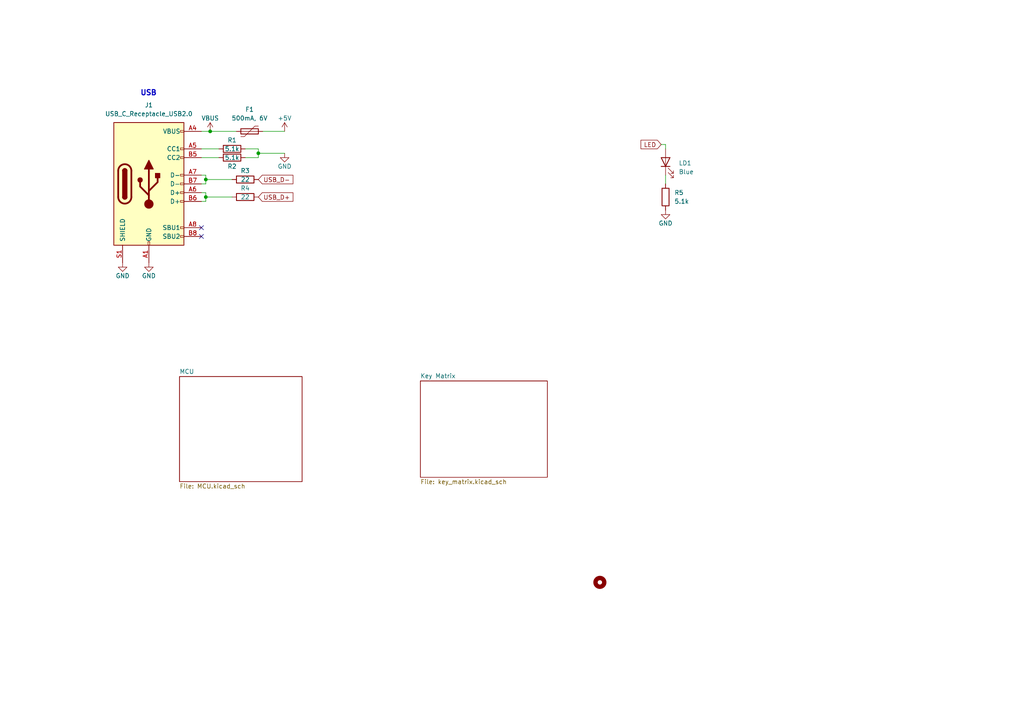
<source format=kicad_sch>
(kicad_sch (version 20230121) (generator eeschema)
  (paper "A4")
  (title_block (title "Calcite52 Keyboard") (rev "1.0") (comment 1 "MIT License (Open source hardware)"))
  (lib_symbols
    (symbol "Connector:USB_C_Receptacle_USB2.0" (pin_names (offset 1.016))
      (property "Reference" "J" (at -10.16 19.05 0))
      (property "Value" "USB_C_Receptacle_USB2.0" (at 19.05 19.05 0))
      (symbol "USB_C_Receptacle_USB2.0_0_0"
        (rectangle (start -0.254 -17.78) (end 0.254 -16.764))
        (rectangle (start 10.16 -14.986) (end 9.144 -15.494))
        (rectangle (start 10.16 -12.446) (end 9.144 -12.954))
        (rectangle (start 10.16 -4.826) (end 9.144 -5.334))
        (rectangle (start 10.16 -2.286) (end 9.144 -2.794))
        (rectangle (start 10.16 0.254) (end 9.144 -0.254))
        (rectangle (start 10.16 2.794) (end 9.144 2.286))
        (rectangle (start 10.16 7.874) (end 9.144 7.366))
        (rectangle (start 10.16 10.414) (end 9.144 9.906))
        (rectangle (start 10.16 15.494) (end 9.144 14.986))
      )
      (symbol "USB_C_Receptacle_USB2.0_0_1"
        (rectangle (start -10.16 17.78) (end 10.16 -17.78) (stroke (width 0.254)) (fill (type background)))
        (arc (start -8.89 -3.81) (mid -6.985 -5.7067) (end -5.08 -3.81) (stroke (width 0.508)))
        (arc (start -7.62 -3.81) (mid -6.985 -4.4423) (end -6.35 -3.81) (stroke (width 0.254)))
        (arc (start -7.62 -3.81) (mid -6.985 -4.4423) (end -6.35 -3.81) (stroke (width 0.254)) (fill (type outline)))
        (rectangle (start -7.62 -3.81) (end -6.35 3.81) (stroke (width 0.254)) (fill (type outline)))
        (arc (start -6.35 3.81) (mid -6.985 4.4423) (end -7.62 3.81) (stroke (width 0.254)))
        (arc (start -6.35 3.81) (mid -6.985 4.4423) (end -7.62 3.81) (stroke (width 0.254)) (fill (type outline)))
        (arc (start -5.08 3.81) (mid -6.985 5.7067) (end -8.89 3.81) (stroke (width 0.508)))
        (circle (center -2.54 1.143) (radius 0.635) (stroke (width 0.254)) (fill (type outline)))
        (circle (center 0 -5.842) (radius 1.27) (fill (type outline)))
        (polyline (pts (xy -8.89 -3.81) (xy -8.89 3.81)) (stroke (width 0.508)))
        (polyline (pts (xy -5.08 3.81) (xy -5.08 -3.81)) (stroke (width 0.508)))
        (polyline (pts (xy 0 -5.842) (xy 0 4.318)) (stroke (width 0.508)))
        (polyline (pts (xy 0 -3.302) (xy -2.54 -0.762) (xy -2.54 0.508)) (stroke (width 0.508)))
        (polyline (pts (xy 0 -2.032) (xy 2.54 0.508) (xy 2.54 1.778)) (stroke (width 0.508)))
        (polyline (pts (xy -1.27 4.318) (xy 0 6.858) (xy 1.27 4.318) (xy -1.27 4.318)) (stroke (width 0.254)) (fill (type outline)))
        (rectangle (start 1.905 1.778) (end 3.175 3.048) (stroke (width 0.254)) (fill (type outline)))
      )
      (symbol "USB_C_Receptacle_USB2.0_1_1"
        (pin passive line (at 0 -22.86 90) (length 5.08) (name "GND") (number "A1"))
        (pin passive line (at 0 -22.86 90) (length 5.08) hide (name "GND") (number "A12"))
        (pin passive line (at 15.24 15.24 180) (length 5.08) (name "VBUS") (number "A4"))
        (pin bidirectional line (at 15.24 10.16 180) (length 5.08) (name "CC1") (number "A5"))
        (pin bidirectional line (at 15.24 -2.54 180) (length 5.08) (name "D+") (number "A6"))
        (pin bidirectional line (at 15.24 2.54 180) (length 5.08) (name "D-") (number "A7"))
        (pin bidirectional line (at 15.24 -12.7 180) (length 5.08) (name "SBU1") (number "A8"))
        (pin passive line (at 15.24 15.24 180) (length 5.08) hide (name "VBUS") (number "A9"))
        (pin passive line (at 0 -22.86 90) (length 5.08) hide (name "GND") (number "B1"))
        (pin passive line (at 0 -22.86 90) (length 5.08) hide (name "GND") (number "B12"))
        (pin passive line (at 15.24 15.24 180) (length 5.08) hide (name "VBUS") (number "B4"))
        (pin bidirectional line (at 15.24 7.62 180) (length 5.08) (name "CC2") (number "B5"))
        (pin bidirectional line (at 15.24 -5.08 180) (length 5.08) (name "D+") (number "B6"))
        (pin bidirectional line (at 15.24 0 180) (length 5.08) (name "D-") (number "B7"))
        (pin bidirectional line (at 15.24 -15.24 180) (length 5.08) (name "SBU2") (number "B8"))
        (pin passive line (at 15.24 15.24 180) (length 5.08) hide (name "VBUS") (number "B9"))
        (pin passive line (at -7.62 -22.86 90) (length 5.08) (name "SHIELD") (number "S1"))
      )
    )
    (symbol "Device:LED" (pin_numbers hide) (pin_names (offset 1.016) hide)
      (property "Reference" "D" (at 0 2.54 0))
      (property "Value" "LED" (at 0 -2.54 0))
      (symbol "LED_0_1"
        (polyline (pts (xy -1.27 -1.27) (xy -1.27 1.27)) (stroke (width 0.254)))
        (polyline (pts (xy -1.27 0) (xy 1.27 0)))
        (polyline (pts (xy 1.27 -1.27) (xy 1.27 1.27) (xy -1.27 0) (xy 1.27 -1.27)) (stroke (width 0.254)))
        (polyline (pts (xy -3.048 -0.762) (xy -4.572 -2.286) (xy -3.81 -2.286) (xy -4.572 -2.286) (xy -4.572 -1.524)))
        (polyline (pts (xy -1.778 -0.762) (xy -3.302 -2.286) (xy -2.54 -2.286) (xy -3.302 -2.286) (xy -3.302 -1.524)))
      )
      (symbol "LED_1_1"
        (pin passive line (at -3.81 0 0) (length 2.54) (name "K") (number "1"))
        (pin passive line (at 3.81 0 180) (length 2.54) (name "A") (number "2"))
      )
    )
    (symbol "Device:Polyfuse" (pin_numbers hide) (pin_names (offset 0))
      (property "Reference" "F" (at -2.54 0 90))
      (property "Value" "Polyfuse" (at 2.54 0 90))
      (symbol "Polyfuse_0_1"
        (rectangle (start -0.762 2.54) (end 0.762 -2.54) (stroke (width 0.254)))
        (polyline (pts (xy 0 2.54) (xy 0 -2.54)))
        (polyline (pts (xy -1.524 2.54) (xy -1.524 1.524) (xy 1.524 -1.524) (xy 1.524 -2.54)))
      )
      (symbol "Polyfuse_1_1"
        (pin passive line (at 0 3.81 270) (length 1.27) (name "~") (number "1"))
        (pin passive line (at 0 -3.81 90) (length 1.27) (name "~") (number "2"))
      )
    )
    (symbol "Device:R" (pin_numbers hide) (pin_names (offset 0))
      (property "Reference" "R" (at 2.032 0 90))
      (property "Value" "R" (at 0 0 90))
      (symbol "R_0_1"
        (rectangle (start -1.016 -2.54) (end 1.016 2.54) (stroke (width 0.254)))
      )
      (symbol "R_1_1"
        (pin passive line (at 0 3.81 270) (length 1.27) (name "~") (number "1"))
        (pin passive line (at 0 -3.81 90) (length 1.27) (name "~") (number "2"))
      )
    )
    (symbol "Mechanical:MountingHole" (pin_names (offset 1.016))
      (property "Reference" "H" (at 0 5.08 0))
      (property "Value" "MountingHole" (at 0 3.175 0))
      (symbol "MountingHole_0_1"
        (circle (center 0 0) (radius 1.27) (stroke (width 1.27)))
      )
    )
    (symbol "power:+5V" (power) (pin_names (offset 0))
      (property "Value" "+5V" (at 0 3.556 0))
      (symbol "+5V_0_1"
        (polyline (pts (xy -0.762 1.27) (xy 0 2.54)))
        (polyline (pts (xy 0 0) (xy 0 2.54)))
        (polyline (pts (xy 0 2.54) (xy 0.762 1.27)))
      )
      (symbol "+5V_1_1"
        (pin power_in line (at 0 0 90) (length 0) hide (name "+5V") (number "1"))
      )
    )
    (symbol "power:GND" (power) (pin_names (offset 0))
      (property "Value" "GND" (at 0 -3.81 0))
      (symbol "GND_0_1"
        (polyline (pts (xy 0 0) (xy 0 -1.27) (xy 1.27 -1.27) (xy 0 -2.54) (xy -1.27 -1.27) (xy 0 -1.27)))
      )
      (symbol "GND_1_1"
        (pin power_in line (at 0 0 270) (length 0) hide (name "GND") (number "1"))
      )
    )
    (symbol "power:VBUS" (power) (pin_names (offset 0))
      (property "Value" "VBUS" (at 0 3.81 0))
      (symbol "VBUS_0_1"
        (polyline (pts (xy -0.762 1.27) (xy 0 2.54)))
        (polyline (pts (xy 0 0) (xy 0 2.54)))
        (polyline (pts (xy 0 2.54) (xy 0.762 1.27)))
      )
      (symbol "VBUS_1_1"
        (pin power_in line (at 0 0 90) (length 0) hide (name "VBUS") (number "1"))
      )
    )
  )
  (junction (at 59.69 57.15))
  (junction (at 60.96 38.1))
  (junction (at 59.69 52.07))
  (junction (at 74.93 44.45))
  (no_connect (at 58.42 68.58))
  (no_connect (at 58.42 66.04))
  (wire (pts (xy 74.93 45.72) (xy 71.12 45.72)))
  (wire (pts (xy 58.42 38.1) (xy 60.96 38.1)))
  (wire (pts (xy 82.55 38.1) (xy 76.2 38.1)))
  (wire (pts (xy 59.69 52.07) (xy 59.69 53.34)))
  (wire (pts (xy 58.42 45.72) (xy 63.5 45.72)))
  (wire (pts (xy 193.04 43.18) (xy 193.04 41.91)))
  (wire (pts (xy 59.69 53.34) (xy 58.42 53.34)))
  (wire (pts (xy 74.93 43.18) (xy 74.93 44.45)))
  (wire (pts (xy 59.69 50.8) (xy 59.69 52.07)))
  (wire (pts (xy 59.69 55.88) (xy 59.69 57.15)))
  (wire (pts (xy 74.93 44.45) (xy 74.93 45.72)))
  (wire (pts (xy 63.5 43.18) (xy 58.42 43.18)))
  (wire (pts (xy 74.93 44.45) (xy 82.55 44.45)))
  (wire (pts (xy 58.42 50.8) (xy 59.69 50.8)))
  (wire (pts (xy 193.04 53.34) (xy 193.04 50.8)))
  (wire (pts (xy 59.69 52.07) (xy 67.31 52.07)))
  (wire (pts (xy 58.42 55.88) (xy 59.69 55.88)))
  (wire (pts (xy 74.93 43.18) (xy 71.12 43.18)))
  (wire (pts (xy 191.77 41.91) (xy 193.04 41.91)))
  (wire (pts (xy 68.58 38.1) (xy 60.96 38.1)))
  (wire (pts (xy 59.69 57.15) (xy 67.31 57.15)))
  (wire (pts (xy 59.69 57.15) (xy 59.69 58.42)))
  (wire (pts (xy 58.42 58.42) (xy 59.69 58.42)))
  (text "USB" (at 40.64 27.94 0) (effects (font (size 1.5 1.5) (thickness 0.3) bold) (justify left bottom)))
  (global_label "LED" (shape input) (at 191.77 41.91 180) (property "Intersheetrefs" "${INTERSHEET_REFS}" (effects hide)))
  (global_label "USB_D+" (shape input) (at 74.93 57.15 0) (property "Intersheetrefs" "${INTERSHEET_REFS}" (effects hide)))
  (global_label "USB_D-" (shape input) (at 74.93 52.07 0) (property "Intersheetrefs" "${INTERSHEET_REFS}" (effects hide)))
  (symbol (lib_id "power:GND") (at 193.04 60.96 0) (unit 1)
    (property "Reference" "#PWR04" (effects hide))
    (property "Value" "GND" (at 193.04 64.77 0))
  )
  (symbol (lib_id "Mechanical:MountingHole") (at 173.99 168.91 0) (unit 1) (in_bom no)
    (property "Reference" "H1" (effects hide))
    (property "Value" "MountingHole" (effects hide))
    (property "Footprint" "MountingHole:MountingHole_2.2mm_M2_DIN965_Pad" (effects hide))
  )
  (symbol (lib_id "power:VBUS") (at 60.96 38.1 0) (unit 1)
    (property "Reference" "#PWR01" (effects hide))
    (property "Value" "VBUS" (at 60.96 34.29 0))
  )
  (symbol (lib_id "power:+5V") (at 82.55 38.1 0) (unit 1)
    (property "Reference" "#PWR02" (effects hide))
    (property "Value" "+5V" (at 82.55 34.29 0))
  )
  (symbol (lib_id "Device:R") (at 71.12 57.15 90) (unit 1)
    (property "Reference" "R4" (at 71.12 54.61 90))
    (property "Value" "22" (at 71.12 57.15 90))
    (property "Footprint" "Resistor_SMD:R_0402_1005Metric" (effects hide))
    (property "MFR. Part #" "0402WGF5101TCE" (effects hide))
    (property "LCSC" "C25905" (effects hide))
  )
  (symbol (lib_id "Device:R") (at 71.12 52.07 90) (unit 1)
    (property "Reference" "R3" (at 71.12 49.53 90))
    (property "Value" "22" (at 71.12 52.07 90))
    (property "Footprint" "Resistor_SMD:R_0402_1005Metric" (effects hide))
    (property "MFR. Part #" "0402WGF5101TCE" (effects hide))
    (property "LCSC" "C25905" (effects hide))
  )
  (symbol (lib_id "Device:R") (at 67.31 45.72 90) (unit 1)
    (property "Reference" "R2" (at 67.31 48.26 90))
    (property "Value" "5.1k" (at 67.31 45.72 90))
    (property "Footprint" "Resistor_SMD:R_0402_1005Metric" (effects hide))
    (property "MFR. Part #" "0402WGF5101TCE" (effects hide))
    (property "LCSC" "C25905" (effects hide))
  )
  (symbol (lib_id "power:GND") (at 82.55 44.45 0) (unit 1)
    (property "Reference" "#PWR03" (effects hide))
    (property "Value" "GND" (at 82.55 48.26 0))
  )
  (symbol (lib_id "Connector:USB_C_Receptacle_USB2.0") (at 43.18 53.34 0) (unit 1)
    (property "Reference" "J1" (at 43.18 30.48 0))
    (property "Value" "USB_C_Receptacle_USB2.0" (at 43.18 33.02 0))
    (property "Footprint" "Connector_USB:USB_C_Receptacle_HRO_TYPE-C-31-M-12" (effects hide))
    (property "Datasheet" "https://www.usb.org/sites/default/files/documents/usb_type-c.zip" (effects hide))
    (property "MFR. Part #" "TYPE-C-31-M-12" (effects hide))
    (property "LCSC" "C165948" (effects hide))
  )
  (symbol (lib_id "power:GND") (at 35.56 76.2 0) (unit 1)
    (property "Reference" "#PWR05" (effects hide))
    (property "Value" "GND" (at 35.56 80.01 0))
  )
  (symbol (lib_id "Device:LED") (at 193.04 46.99 90) (unit 1)
    (property "Reference" "LD1" (at 196.85 47.3074 90) (effects (justify right)))
    (property "Value" "Blue" (at 196.85 49.8474 90) (effects (justify right)))
    (property "Footprint" "LED_SMD:LED_0603_1608Metric" (effects hide))
    (property "LCSC" "C72043" (effects hide))
    (property "MFR. Part #" "19-217/GHC-YR1S2/3T" (effects hide))
  )
  (symbol (lib_id "Device:Polyfuse") (at 72.39 38.1 90) (unit 1)
    (property "Reference" "F1" (at 72.39 31.75 90))
    (property "Value" "500mA, 6V" (at 72.39 34.29 90))
    (property "Footprint" "Fuse:Fuse_0805_2012Metric" (effects hide))
    (property "MFR. Part #" "SMD0805B050TF" (effects hide))
    (property "LCSC" "C269104" (effects hide))
  )
  (symbol (lib_id "Device:R") (at 193.04 57.15 0) (mirror y) (unit 1)
    (property "Reference" "R5" (at 195.58 55.88 0) (effects (justify right)))
    (property "Value" "5.1k" (at 195.58 58.42 0) (effects (justify right)))
    (property "Footprint" "Resistor_SMD:R_0402_1005Metric" (effects hide))
    (property "MFR. Part #" "0402WGF1001TCE " (effects hide))
    (property "LCSC" "C11702" (effects hide))
  )
  (symbol (lib_id "power:GND") (at 43.18 76.2 0) (unit 1)
    (property "Reference" "#PWR06" (effects hide))
    (property "Value" "GND" (at 43.18 80.01 0))
  )
  (symbol (lib_id "Device:R") (at 67.31 43.18 90) (unit 1)
    (property "Reference" "R1" (at 67.31 40.64 90))
    (property "Value" "5.1k" (at 67.31 43.18 90))
    (property "Footprint" "Resistor_SMD:R_0402_1005Metric" (effects hide))
    (property "MFR. Part #" "0402WGF5101TCE" (effects hide))
    (property "LCSC" "C25905" (effects hide))
  )
  (sheet (at 52.07 109.22) (size 35.56 30.48) (stroke (width 0.1524))
    (property "Sheetname" "MCU" (at 52.07 108.5084 0) (effects (justify left bottom)))
    (property "Sheetfile" "MCU.kicad_sch" (at 52.07 140.2846 0) (effects (justify left top)))
  )
  (sheet (at 121.92 110.49) (size 36.83 27.94) (stroke (width 0.1524))
    (property "Sheetname" "Key Matrix" (at 121.92 109.7784 0) (effects (justify left bottom)))
    (property "Sheetfile" "key_matrix.kicad_sch" (at 121.92 139.0146 0) (effects (justify left top)))
  )
)
</source>
